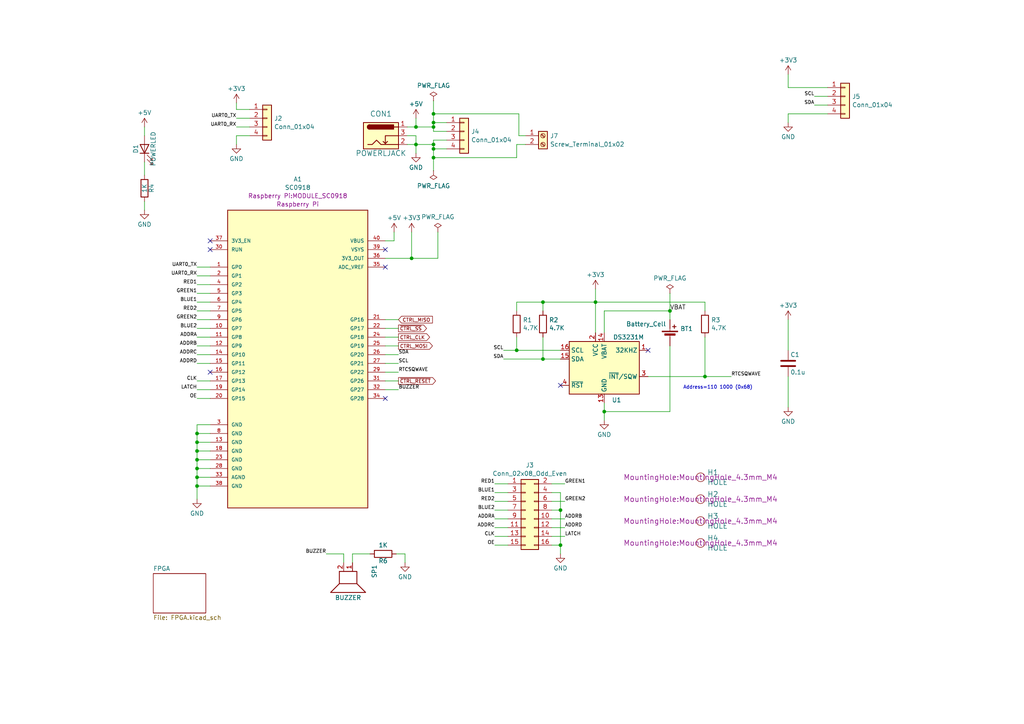
<source format=kicad_sch>
(kicad_sch (version 20230121) (generator eeschema)
  (paper "A4")
  (lib_symbols
    (symbol "Aslak:HOLE" (pin_names (offset 1.016))
      (property "Reference" "H" (at 0 2.54 0))
      (property "Value" "HOLE" (at 0 -2.54 0))
      (symbol "HOLE_0_1"
        (circle (center 0 0) (radius 1.27))
      )
    )
    (symbol "Connector:Barrel_Jack_Switch" (pin_names hide)
      (property "Reference" "J" (at 0 5.334 0))
      (property "Value" "Barrel_Jack_Switch" (at 0 -5.08 0))
      (symbol "Barrel_Jack_Switch_0_1"
        (rectangle (start -5.08 3.81) (end 5.08 -3.81) (stroke (width 0.254)) (fill (type background)))
        (arc (start -3.302 3.175) (mid -3.9343 2.54) (end -3.302 1.905) (stroke (width 0.254)))
        (arc (start -3.302 3.175) (mid -3.9343 2.54) (end -3.302 1.905) (stroke (width 0.254)) (fill (type outline)))
        (polyline (pts (xy 1.27 -2.286) (xy 1.905 -1.651)) (stroke (width 0.254)))
        (polyline (pts (xy 5.08 2.54) (xy 3.81 2.54)) (stroke (width 0.254)))
        (polyline (pts (xy 5.08 0) (xy 1.27 0) (xy 1.27 -2.286) (xy 0.635 -1.651)) (stroke (width 0.254)))
        (polyline (pts (xy -3.81 -2.54) (xy -2.54 -2.54) (xy -1.27 -1.27) (xy 0 -2.54) (xy 2.54 -2.54) (xy 5.08 -2.54)) (stroke (width 0.254)))
        (rectangle (start 3.683 3.175) (end -3.302 1.905) (stroke (width 0.254)) (fill (type outline)))
      )
      (symbol "Barrel_Jack_Switch_1_1"
        (pin passive line (at 7.62 2.54 180) (length 2.54) (name "~") (number "1"))
        (pin passive line (at 7.62 -2.54 180) (length 2.54) (name "~") (number "2"))
        (pin passive line (at 7.62 0 180) (length 2.54) (name "~") (number "3"))
      )
    )
    (symbol "Connector:Screw_Terminal_01x02" (pin_names (offset 1.016) hide)
      (property "Reference" "J" (at 0 2.54 0))
      (property "Value" "Screw_Terminal_01x02" (at 0 -5.08 0))
      (symbol "Screw_Terminal_01x02_1_1"
        (rectangle (start -1.27 1.27) (end 1.27 -3.81) (stroke (width 0.254)) (fill (type background)))
        (circle (center 0 -2.54) (radius 0.635) (stroke (width 0.1524)))
        (polyline (pts (xy -0.5334 -2.2098) (xy 0.3302 -3.048)) (stroke (width 0.1524)))
        (polyline (pts (xy -0.5334 0.3302) (xy 0.3302 -0.508)) (stroke (width 0.1524)))
        (polyline (pts (xy -0.3556 -2.032) (xy 0.508 -2.8702)) (stroke (width 0.1524)))
        (polyline (pts (xy -0.3556 0.508) (xy 0.508 -0.3302)) (stroke (width 0.1524)))
        (circle (center 0 0) (radius 0.635) (stroke (width 0.1524)))
        (pin passive line (at -5.08 0 0) (length 3.81) (name "Pin_1") (number "1"))
        (pin passive line (at -5.08 -2.54 0) (length 3.81) (name "Pin_2") (number "2"))
      )
    )
    (symbol "Connector_Generic:Conn_01x04" (pin_names (offset 1.016) hide)
      (property "Reference" "J" (at 0 5.08 0))
      (property "Value" "Conn_01x04" (at 0 -7.62 0))
      (symbol "Conn_01x04_1_1"
        (rectangle (start -1.27 -4.953) (end 0 -5.207) (stroke (width 0.1524)))
        (rectangle (start -1.27 -2.413) (end 0 -2.667) (stroke (width 0.1524)))
        (rectangle (start -1.27 0.127) (end 0 -0.127) (stroke (width 0.1524)))
        (rectangle (start -1.27 2.667) (end 0 2.413) (stroke (width 0.1524)))
        (rectangle (start -1.27 3.81) (end 1.27 -6.35) (stroke (width 0.254)) (fill (type background)))
        (pin passive line (at -5.08 2.54 0) (length 3.81) (name "Pin_1") (number "1"))
        (pin passive line (at -5.08 0 0) (length 3.81) (name "Pin_2") (number "2"))
        (pin passive line (at -5.08 -2.54 0) (length 3.81) (name "Pin_3") (number "3"))
        (pin passive line (at -5.08 -5.08 0) (length 3.81) (name "Pin_4") (number "4"))
      )
    )
    (symbol "Connector_Generic:Conn_02x08_Odd_Even" (pin_names (offset 1.016) hide)
      (property "Reference" "J" (at 1.27 10.16 0))
      (property "Value" "Conn_02x08_Odd_Even" (at 1.27 -12.7 0))
      (symbol "Conn_02x08_Odd_Even_1_1"
        (rectangle (start -1.27 -10.033) (end 0 -10.287) (stroke (width 0.1524)))
        (rectangle (start -1.27 -7.493) (end 0 -7.747) (stroke (width 0.1524)))
        (rectangle (start -1.27 -4.953) (end 0 -5.207) (stroke (width 0.1524)))
        (rectangle (start -1.27 -2.413) (end 0 -2.667) (stroke (width 0.1524)))
        (rectangle (start -1.27 0.127) (end 0 -0.127) (stroke (width 0.1524)))
        (rectangle (start -1.27 2.667) (end 0 2.413) (stroke (width 0.1524)))
        (rectangle (start -1.27 5.207) (end 0 4.953) (stroke (width 0.1524)))
        (rectangle (start -1.27 7.747) (end 0 7.493) (stroke (width 0.1524)))
        (rectangle (start -1.27 8.89) (end 3.81 -11.43) (stroke (width 0.254)) (fill (type background)))
        (rectangle (start 3.81 -10.033) (end 2.54 -10.287) (stroke (width 0.1524)))
        (rectangle (start 3.81 -7.493) (end 2.54 -7.747) (stroke (width 0.1524)))
        (rectangle (start 3.81 -4.953) (end 2.54 -5.207) (stroke (width 0.1524)))
        (rectangle (start 3.81 -2.413) (end 2.54 -2.667) (stroke (width 0.1524)))
        (rectangle (start 3.81 0.127) (end 2.54 -0.127) (stroke (width 0.1524)))
        (rectangle (start 3.81 2.667) (end 2.54 2.413) (stroke (width 0.1524)))
        (rectangle (start 3.81 5.207) (end 2.54 4.953) (stroke (width 0.1524)))
        (rectangle (start 3.81 7.747) (end 2.54 7.493) (stroke (width 0.1524)))
        (pin passive line (at -5.08 7.62 0) (length 3.81) (name "Pin_1") (number "1"))
        (pin passive line (at 7.62 -2.54 180) (length 3.81) (name "Pin_10") (number "10"))
        (pin passive line (at -5.08 -5.08 0) (length 3.81) (name "Pin_11") (number "11"))
        (pin passive line (at 7.62 -5.08 180) (length 3.81) (name "Pin_12") (number "12"))
        (pin passive line (at -5.08 -7.62 0) (length 3.81) (name "Pin_13") (number "13"))
        (pin passive line (at 7.62 -7.62 180) (length 3.81) (name "Pin_14") (number "14"))
        (pin passive line (at -5.08 -10.16 0) (length 3.81) (name "Pin_15") (number "15"))
        (pin passive line (at 7.62 -10.16 180) (length 3.81) (name "Pin_16") (number "16"))
        (pin passive line (at 7.62 7.62 180) (length 3.81) (name "Pin_2") (number "2"))
        (pin passive line (at -5.08 5.08 0) (length 3.81) (name "Pin_3") (number "3"))
        (pin passive line (at 7.62 5.08 180) (length 3.81) (name "Pin_4") (number "4"))
        (pin passive line (at -5.08 2.54 0) (length 3.81) (name "Pin_5") (number "5"))
        (pin passive line (at 7.62 2.54 180) (length 3.81) (name "Pin_6") (number "6"))
        (pin passive line (at -5.08 0 0) (length 3.81) (name "Pin_7") (number "7"))
        (pin passive line (at 7.62 0 180) (length 3.81) (name "Pin_8") (number "8"))
        (pin passive line (at -5.08 -2.54 0) (length 3.81) (name "Pin_9") (number "9"))
      )
    )
    (symbol "Device:Battery_Cell" (pin_numbers hide) (pin_names (offset 0) hide)
      (property "Reference" "BT" (at 2.54 2.54 0))
      (property "Value" "Battery_Cell" (at 2.54 0 0))
      (symbol "Battery_Cell_0_1"
        (rectangle (start -2.286 1.778) (end 2.286 1.524) (fill (type outline)))
        (rectangle (start -1.524 1.016) (end 1.524 0.508) (fill (type outline)))
        (polyline (pts (xy 0 0.762) (xy 0 0)))
        (polyline (pts (xy 0 1.778) (xy 0 2.54)))
        (polyline (pts (xy 0.762 3.048) (xy 1.778 3.048)) (stroke (width 0.254)))
        (polyline (pts (xy 1.27 3.556) (xy 1.27 2.54)) (stroke (width 0.254)))
      )
      (symbol "Battery_Cell_1_1"
        (pin passive line (at 0 5.08 270) (length 2.54) (name "+") (number "1"))
        (pin passive line (at 0 -2.54 90) (length 2.54) (name "-") (number "2"))
      )
    )
    (symbol "Device:C" (pin_numbers hide) (pin_names (offset 0.254))
      (property "Reference" "C" (at 0.635 2.54 0))
      (property "Value" "C" (at 0.635 -2.54 0))
      (symbol "C_0_1"
        (polyline (pts (xy -2.032 -0.762) (xy 2.032 -0.762)) (stroke (width 0.508)))
        (polyline (pts (xy -2.032 0.762) (xy 2.032 0.762)) (stroke (width 0.508)))
      )
      (symbol "C_1_1"
        (pin passive line (at 0 3.81 270) (length 2.794) (name "~") (number "1"))
        (pin passive line (at 0 -3.81 90) (length 2.794) (name "~") (number "2"))
      )
    )
    (symbol "Device:LED" (pin_numbers hide) (pin_names (offset 1.016) hide)
      (property "Reference" "D" (at 0 2.54 0))
      (property "Value" "LED" (at 0 -2.54 0))
      (symbol "LED_0_1"
        (polyline (pts (xy -1.27 -1.27) (xy -1.27 1.27)) (stroke (width 0.254)))
        (polyline (pts (xy -1.27 0) (xy 1.27 0)))
        (polyline (pts (xy 1.27 -1.27) (xy 1.27 1.27) (xy -1.27 0) (xy 1.27 -1.27)) (stroke (width 0.254)))
        (polyline (pts (xy -3.048 -0.762) (xy -4.572 -2.286) (xy -3.81 -2.286) (xy -4.572 -2.286) (xy -4.572 -1.524)))
        (polyline (pts (xy -1.778 -0.762) (xy -3.302 -2.286) (xy -2.54 -2.286) (xy -3.302 -2.286) (xy -3.302 -1.524)))
      )
      (symbol "LED_1_1"
        (pin passive line (at -3.81 0 0) (length 2.54) (name "K") (number "1"))
        (pin passive line (at 3.81 0 180) (length 2.54) (name "A") (number "2"))
      )
    )
    (symbol "Device:R" (pin_numbers hide) (pin_names (offset 0))
      (property "Reference" "R" (at 2.032 0 90))
      (property "Value" "R" (at 0 0 90))
      (symbol "R_0_1"
        (rectangle (start -1.016 -2.54) (end 1.016 2.54) (stroke (width 0.254)))
      )
      (symbol "R_1_1"
        (pin passive line (at 0 3.81 270) (length 1.27) (name "~") (number "1"))
        (pin passive line (at 0 -3.81 90) (length 1.27) (name "~") (number "2"))
      )
    )
    (symbol "Device:Speaker" (pin_names (offset 0) hide)
      (property "Reference" "LS" (at 1.27 5.715 0))
      (property "Value" "Speaker" (at 1.27 3.81 0))
      (symbol "Speaker_0_0"
        (rectangle (start -2.54 1.27) (end 1.016 -3.81) (stroke (width 0.254)))
        (polyline (pts (xy 1.016 1.27) (xy 3.556 3.81) (xy 3.556 -6.35) (xy 1.016 -3.81)) (stroke (width 0.254)))
      )
      (symbol "Speaker_1_1"
        (pin input line (at -5.08 0 0) (length 2.54) (name "1") (number "1"))
        (pin input line (at -5.08 -2.54 0) (length 2.54) (name "2") (number "2"))
      )
    )
    (symbol "PicoW:SC0918" (pin_names (offset 1.016))
      (property "Reference" "A1" (at 0 58.42 0))
      (property "Value" "SC0918" (at 0 55.88 0))
      (property "Footprint" "Raspberry Pi:MODULE_SC0918" (at -12.7 -46.99 0))
      (property "manufacturer" "Raspberry Pi" (at 0 53.34 0))
      (symbol "SC0918_0_0"
        (pin bidirectional line (at -25.4 26.67 0) (length 5.08) (name "GP0") (number "1"))
        (pin bidirectional line (at -25.4 8.89 0) (length 5.08) (name "GP7") (number "10"))
        (pin bidirectional line (at -25.4 6.35 0) (length 5.08) (name "GP8") (number "11"))
        (pin bidirectional line (at -25.4 3.81 0) (length 5.08) (name "GP9") (number "12"))
        (pin power_in line (at -25.4 -24.13 0) (length 5.08) (name "GND") (number "13"))
        (pin bidirectional line (at -25.4 1.27 0) (length 5.08) (name "GP10") (number "14"))
        (pin bidirectional line (at -25.4 -1.27 0) (length 5.08) (name "GP11") (number "15"))
        (pin bidirectional line (at -25.4 -3.81 0) (length 5.08) (name "GP12") (number "16"))
        (pin bidirectional line (at -25.4 -6.35 0) (length 5.08) (name "GP13") (number "17"))
        (pin power_in line (at -25.4 -26.67 0) (length 5.08) (name "GND") (number "18"))
        (pin bidirectional line (at -25.4 -8.89 0) (length 5.08) (name "GP14") (number "19"))
        (pin bidirectional line (at -25.4 24.13 0) (length 5.08) (name "GP1") (number "2"))
        (pin bidirectional line (at -25.4 -11.43 0) (length 5.08) (name "GP15") (number "20"))
        (pin bidirectional line (at 25.4 11.43 180) (length 5.08) (name "GP16") (number "21"))
        (pin bidirectional line (at 25.4 8.89 180) (length 5.08) (name "GP17") (number "22"))
        (pin power_in line (at -25.4 -29.21 0) (length 5.08) (name "GND") (number "23"))
        (pin bidirectional line (at 25.4 6.35 180) (length 5.08) (name "GP18") (number "24"))
        (pin bidirectional line (at 25.4 3.81 180) (length 5.08) (name "GP19") (number "25"))
        (pin bidirectional line (at 25.4 1.27 180) (length 5.08) (name "GP20") (number "26"))
        (pin bidirectional line (at 25.4 -1.27 180) (length 5.08) (name "GP21") (number "27"))
        (pin power_in line (at -25.4 -31.75 0) (length 5.08) (name "GND") (number "28"))
        (pin bidirectional line (at 25.4 -3.81 180) (length 5.08) (name "GP22") (number "29"))
        (pin power_in line (at -25.4 -19.05 0) (length 5.08) (name "GND") (number "3"))
        (pin input line (at -25.4 31.75 0) (length 5.08) (name "RUN") (number "30"))
        (pin bidirectional line (at 25.4 -6.35 180) (length 5.08) (name "GP26") (number "31"))
        (pin bidirectional line (at 25.4 -8.89 180) (length 5.08) (name "GP27") (number "32"))
        (pin power_in line (at -25.4 -34.29 0) (length 5.08) (name "AGND") (number "33"))
        (pin bidirectional line (at 25.4 -11.43 180) (length 5.08) (name "GP28") (number "34"))
        (pin power_in line (at 25.4 26.67 180) (length 5.08) (name "ADC_VREF") (number "35"))
        (pin power_in line (at 25.4 29.21 180) (length 5.08) (name "3V3_OUT") (number "36"))
        (pin input line (at -25.4 34.29 0) (length 5.08) (name "3V3_EN") (number "37"))
        (pin power_in line (at -25.4 -36.83 0) (length 5.08) (name "GND") (number "38"))
        (pin free line (at 25.4 31.75 180) (length 5.08) (name "VSYS") (number "39"))
        (pin bidirectional line (at -25.4 21.59 0) (length 5.08) (name "GP2") (number "4"))
        (pin free line (at 25.4 34.29 180) (length 5.08) (name "VBUS") (number "40"))
        (pin bidirectional line (at -25.4 19.05 0) (length 5.08) (name "GP3") (number "5"))
        (pin bidirectional line (at -25.4 16.51 0) (length 5.08) (name "GP4") (number "6"))
        (pin bidirectional line (at -25.4 13.97 0) (length 5.08) (name "GP5") (number "7"))
        (pin power_in line (at -25.4 -21.59 0) (length 5.08) (name "GND") (number "8"))
        (pin bidirectional line (at -25.4 11.43 0) (length 5.08) (name "GP6") (number "9"))
      )
      (symbol "SC0918_1_0"
        (rectangle (start -20.32 43.18) (end 20.32 -43.18) (stroke (width 0.254)) (fill (type background)))
      )
    )
    (symbol "Timer_RTC:DS3231M"
      (property "Reference" "U" (at -7.62 8.89 0))
      (property "Value" "DS3231M" (at 10.16 8.89 0))
      (symbol "DS3231M_0_1"
        (rectangle (start -10.16 7.62) (end 10.16 -7.62) (stroke (width 0.254)) (fill (type background)))
      )
      (symbol "DS3231M_1_1"
        (pin open_collector line (at 12.7 5.08 180) (length 2.54) (name "32KHZ") (number "1"))
        (pin passive line (at 0 -10.16 90) (length 2.54) hide (name "GND") (number "10"))
        (pin passive line (at 0 -10.16 90) (length 2.54) hide (name "GND") (number "11"))
        (pin passive line (at 0 -10.16 90) (length 2.54) hide (name "GND") (number "12"))
        (pin power_in line (at 0 -10.16 90) (length 2.54) (name "GND") (number "13"))
        (pin power_in line (at 0 10.16 270) (length 2.54) (name "VBAT") (number "14"))
        (pin bidirectional line (at -12.7 2.54 0) (length 2.54) (name "SDA") (number "15"))
        (pin input line (at -12.7 5.08 0) (length 2.54) (name "SCL") (number "16"))
        (pin power_in line (at -2.54 10.16 270) (length 2.54) (name "VCC") (number "2"))
        (pin open_collector line (at 12.7 -2.54 180) (length 2.54) (name "~{INT}/SQW") (number "3"))
        (pin bidirectional line (at -12.7 -5.08 0) (length 2.54) (name "~{RST}") (number "4"))
        (pin passive line (at 0 -10.16 90) (length 2.54) hide (name "GND") (number "5"))
        (pin passive line (at 0 -10.16 90) (length 2.54) hide (name "GND") (number "6"))
        (pin passive line (at 0 -10.16 90) (length 2.54) hide (name "GND") (number "7"))
        (pin passive line (at 0 -10.16 90) (length 2.54) hide (name "GND") (number "8"))
        (pin passive line (at 0 -10.16 90) (length 2.54) hide (name "GND") (number "9"))
      )
    )
    (symbol "power:+3V3" (power) (pin_names (offset 0))
      (property "Value" "+3V3" (at 0 3.556 0))
      (symbol "+3V3_0_1"
        (polyline (pts (xy -0.762 1.27) (xy 0 2.54)))
        (polyline (pts (xy 0 0) (xy 0 2.54)))
        (polyline (pts (xy 0 2.54) (xy 0.762 1.27)))
      )
      (symbol "+3V3_1_1"
        (pin power_in line (at 0 0 90) (length 0) hide (name "+3V3") (number "1"))
      )
    )
    (symbol "power:+5V" (power) (pin_names (offset 0))
      (property "Value" "+5V" (at 0 3.556 0))
      (symbol "+5V_0_1"
        (polyline (pts (xy -0.762 1.27) (xy 0 2.54)))
        (polyline (pts (xy 0 0) (xy 0 2.54)))
        (polyline (pts (xy 0 2.54) (xy 0.762 1.27)))
      )
      (symbol "+5V_1_1"
        (pin power_in line (at 0 0 90) (length 0) hide (name "+5V") (number "1"))
      )
    )
    (symbol "power:GND" (power) (pin_names (offset 0))
      (property "Value" "GND" (at 0 -3.81 0))
      (symbol "GND_0_1"
        (polyline (pts (xy 0 0) (xy 0 -1.27) (xy 1.27 -1.27) (xy 0 -2.54) (xy -1.27 -1.27) (xy 0 -1.27)))
      )
      (symbol "GND_1_1"
        (pin power_in line (at 0 0 270) (length 0) hide (name "GND") (number "1"))
      )
    )
    (symbol "power:PWR_FLAG" (power) (pin_numbers hide) (pin_names (offset 0) hide)
      (property "Value" "PWR_FLAG" (at 0 3.81 0))
      (symbol "PWR_FLAG_0_0"
        (pin power_out line (at 0 0 90) (length 0) (name "pwr") (number "1"))
      )
      (symbol "PWR_FLAG_0_1"
        (polyline (pts (xy 0 0) (xy 0 1.27) (xy -1.016 1.905) (xy 0 2.54) (xy 1.016 1.905) (xy 0 1.27)))
      )
    )
  )
  (junction (at 125.73 36.83))
  (junction (at 162.56 158.115))
  (junction (at 119.38 74.93))
  (junction (at 57.15 138.43))
  (junction (at 125.73 45.72))
  (junction (at 57.15 133.35))
  (junction (at 125.73 33.02))
  (junction (at 162.56 147.955))
  (junction (at 57.15 128.27))
  (junction (at 57.15 140.97))
  (junction (at 57.15 125.73))
  (junction (at 125.73 43.18))
  (junction (at 157.48 87.63))
  (junction (at 125.73 35.56))
  (junction (at 120.65 36.83))
  (junction (at 157.48 104.14))
  (junction (at 57.15 135.89))
  (junction (at 149.86 101.6))
  (junction (at 204.47 109.22))
  (junction (at 172.72 87.63))
  (junction (at 120.65 41.91))
  (junction (at 194.31 90.17))
  (junction (at 175.26 119.38))
  (junction (at 125.73 41.91))
  (junction (at 57.15 130.81))
  (no_connect (at 60.96 107.95))
  (no_connect (at 111.76 115.57))
  (no_connect (at 111.76 72.39))
  (no_connect (at 60.96 72.39))
  (no_connect (at 111.76 77.47))
  (no_connect (at 187.96 101.6))
  (no_connect (at 60.96 69.85))
  (no_connect (at 162.56 111.76))
  (wire (pts (xy 57.15 133.35) (xy 57.15 135.89)))
  (wire (pts (xy 125.73 36.83) (xy 125.73 38.1)))
  (wire (pts (xy 143.51 155.575) (xy 147.32 155.575)))
  (wire (pts (xy 119.38 74.93) (xy 119.38 67.31)))
  (wire (pts (xy 143.51 147.955) (xy 147.32 147.955)))
  (wire (pts (xy 57.15 97.79) (xy 60.96 97.79)))
  (wire (pts (xy 125.73 38.1) (xy 129.54 38.1)))
  (wire (pts (xy 125.73 45.72) (xy 149.86 45.72)))
  (wire (pts (xy 125.73 33.02) (xy 125.73 35.56)))
  (wire (pts (xy 149.86 41.91) (xy 152.4 41.91)))
  (wire (pts (xy 57.15 100.33) (xy 60.96 100.33)))
  (wire (pts (xy 111.76 102.87) (xy 115.57 102.87)))
  (wire (pts (xy 157.48 87.63) (xy 172.72 87.63)))
  (wire (pts (xy 115.57 95.25) (xy 111.76 95.25)))
  (wire (pts (xy 41.91 46.99) (xy 41.91 50.8)))
  (wire (pts (xy 175.26 119.38) (xy 175.26 121.92)))
  (wire (pts (xy 125.73 40.64) (xy 129.54 40.64)))
  (wire (pts (xy 57.15 135.89) (xy 60.96 135.89)))
  (wire (pts (xy 162.56 142.875) (xy 162.56 147.955)))
  (wire (pts (xy 118.11 39.37) (xy 120.65 39.37)))
  (wire (pts (xy 57.15 77.47) (xy 60.96 77.47)))
  (wire (pts (xy 57.15 128.27) (xy 57.15 130.81)))
  (wire (pts (xy 57.15 123.19) (xy 60.96 123.19)))
  (wire (pts (xy 120.65 41.91) (xy 125.73 41.91)))
  (wire (pts (xy 125.73 29.21) (xy 125.73 33.02)))
  (wire (pts (xy 57.15 123.19) (xy 57.15 125.73)))
  (wire (pts (xy 194.31 85.09) (xy 194.31 90.17)))
  (wire (pts (xy 120.65 39.37) (xy 120.65 41.91)))
  (wire (pts (xy 72.39 39.37) (xy 68.58 39.37)))
  (wire (pts (xy 149.86 97.79) (xy 149.86 101.6)))
  (wire (pts (xy 57.15 130.81) (xy 60.96 130.81)))
  (wire (pts (xy 228.6 92.71) (xy 228.6 101.6)))
  (wire (pts (xy 57.15 130.81) (xy 57.15 133.35)))
  (wire (pts (xy 57.15 128.27) (xy 60.96 128.27)))
  (wire (pts (xy 146.05 101.6) (xy 149.86 101.6)))
  (wire (pts (xy 160.02 155.575) (xy 163.83 155.575)))
  (wire (pts (xy 228.6 33.02) (xy 240.03 33.02)))
  (wire (pts (xy 157.48 87.63) (xy 157.48 90.17)))
  (wire (pts (xy 120.65 34.29) (xy 120.65 36.83)))
  (wire (pts (xy 160.02 150.495) (xy 163.83 150.495)))
  (wire (pts (xy 143.51 140.335) (xy 147.32 140.335)))
  (wire (pts (xy 111.76 69.85) (xy 114.3 69.85)))
  (wire (pts (xy 68.58 34.29) (xy 72.39 34.29)))
  (wire (pts (xy 149.86 101.6) (xy 162.56 101.6)))
  (wire (pts (xy 120.65 36.83) (xy 125.73 36.83)))
  (wire (pts (xy 57.15 138.43) (xy 57.15 140.97)))
  (wire (pts (xy 120.65 41.91) (xy 120.65 44.45)))
  (wire (pts (xy 115.57 113.03) (xy 111.76 113.03)))
  (wire (pts (xy 114.935 160.655) (xy 117.475 160.655)))
  (wire (pts (xy 115.57 100.33) (xy 111.76 100.33)))
  (wire (pts (xy 194.31 90.17) (xy 194.31 92.71)))
  (wire (pts (xy 160.02 153.035) (xy 163.83 153.035)))
  (wire (pts (xy 162.56 158.115) (xy 162.56 160.655)))
  (wire (pts (xy 57.15 80.01) (xy 60.96 80.01)))
  (wire (pts (xy 194.31 119.38) (xy 194.31 100.33)))
  (wire (pts (xy 172.72 87.63) (xy 204.47 87.63)))
  (wire (pts (xy 57.15 102.87) (xy 60.96 102.87)))
  (wire (pts (xy 57.15 92.71) (xy 60.96 92.71)))
  (wire (pts (xy 125.73 49.53) (xy 125.73 45.72)))
  (wire (pts (xy 125.73 43.18) (xy 125.73 41.91)))
  (wire (pts (xy 118.11 41.91) (xy 120.65 41.91)))
  (wire (pts (xy 143.51 158.115) (xy 147.32 158.115)))
  (wire (pts (xy 115.57 92.71) (xy 111.76 92.71)))
  (wire (pts (xy 57.15 110.49) (xy 60.96 110.49)))
  (wire (pts (xy 115.57 97.79) (xy 111.76 97.79)))
  (wire (pts (xy 94.615 160.655) (xy 99.695 160.655)))
  (wire (pts (xy 162.56 147.955) (xy 162.56 158.115)))
  (wire (pts (xy 99.695 160.655) (xy 99.695 163.195)))
  (wire (pts (xy 228.6 25.4) (xy 240.03 25.4)))
  (wire (pts (xy 111.76 110.49) (xy 115.57 110.49)))
  (wire (pts (xy 204.47 109.22) (xy 212.09 109.22)))
  (wire (pts (xy 143.51 145.415) (xy 147.32 145.415)))
  (wire (pts (xy 150.495 39.37) (xy 150.495 33.02)))
  (wire (pts (xy 111.76 107.95) (xy 115.57 107.95)))
  (wire (pts (xy 57.15 133.35) (xy 60.96 133.35)))
  (wire (pts (xy 150.495 33.02) (xy 125.73 33.02)))
  (wire (pts (xy 152.4 39.37) (xy 150.495 39.37)))
  (wire (pts (xy 129.54 43.18) (xy 125.73 43.18)))
  (wire (pts (xy 149.86 90.17) (xy 149.86 87.63)))
  (wire (pts (xy 149.86 87.63) (xy 157.48 87.63)))
  (wire (pts (xy 149.86 45.72) (xy 149.86 41.91)))
  (wire (pts (xy 57.15 140.97) (xy 57.15 144.78)))
  (wire (pts (xy 162.56 104.14) (xy 157.48 104.14)))
  (wire (pts (xy 41.91 58.42) (xy 41.91 60.96)))
  (wire (pts (xy 120.65 36.83) (xy 118.11 36.83)))
  (wire (pts (xy 172.72 83.82) (xy 172.72 87.63)))
  (wire (pts (xy 143.51 153.035) (xy 147.32 153.035)))
  (wire (pts (xy 102.235 160.655) (xy 107.315 160.655)))
  (wire (pts (xy 204.47 87.63) (xy 204.47 90.17)))
  (wire (pts (xy 157.48 97.79) (xy 157.48 104.14)))
  (wire (pts (xy 68.58 31.75) (xy 72.39 31.75)))
  (wire (pts (xy 57.15 113.03) (xy 60.96 113.03)))
  (wire (pts (xy 57.15 95.25) (xy 60.96 95.25)))
  (wire (pts (xy 102.235 163.195) (xy 102.235 160.655)))
  (wire (pts (xy 114.3 67.31) (xy 114.3 69.85)))
  (wire (pts (xy 228.6 35.56) (xy 228.6 33.02)))
  (wire (pts (xy 57.15 125.73) (xy 57.15 128.27)))
  (wire (pts (xy 157.48 104.14) (xy 146.05 104.14)))
  (wire (pts (xy 111.76 74.93) (xy 119.38 74.93)))
  (wire (pts (xy 57.15 82.55) (xy 60.96 82.55)))
  (wire (pts (xy 160.02 147.955) (xy 162.56 147.955)))
  (wire (pts (xy 160.02 145.415) (xy 163.83 145.415)))
  (wire (pts (xy 119.38 74.93) (xy 127 74.93)))
  (wire (pts (xy 236.22 30.48) (xy 240.03 30.48)))
  (wire (pts (xy 125.73 41.91) (xy 125.73 40.64)))
  (wire (pts (xy 127 67.31) (xy 127 74.93)))
  (wire (pts (xy 57.15 85.09) (xy 60.96 85.09)))
  (wire (pts (xy 68.58 36.83) (xy 72.39 36.83)))
  (wire (pts (xy 41.91 36.83) (xy 41.91 39.37)))
  (wire (pts (xy 160.02 142.875) (xy 162.56 142.875)))
  (wire (pts (xy 172.72 96.52) (xy 172.72 87.63)))
  (wire (pts (xy 57.15 140.97) (xy 60.96 140.97)))
  (wire (pts (xy 204.47 97.79) (xy 204.47 109.22)))
  (wire (pts (xy 228.6 109.22) (xy 228.6 118.11)))
  (wire (pts (xy 57.15 115.57) (xy 60.96 115.57)))
  (wire (pts (xy 57.15 138.43) (xy 60.96 138.43)))
  (wire (pts (xy 175.26 90.17) (xy 194.31 90.17)))
  (wire (pts (xy 57.15 105.41) (xy 60.96 105.41)))
  (wire (pts (xy 57.15 135.89) (xy 57.15 138.43)))
  (wire (pts (xy 68.58 29.845) (xy 68.58 31.75)))
  (wire (pts (xy 57.15 125.73) (xy 60.96 125.73)))
  (wire (pts (xy 143.51 142.875) (xy 147.32 142.875)))
  (wire (pts (xy 175.26 119.38) (xy 194.31 119.38)))
  (wire (pts (xy 160.02 140.335) (xy 163.83 140.335)))
  (wire (pts (xy 143.51 150.495) (xy 147.32 150.495)))
  (wire (pts (xy 175.26 96.52) (xy 175.26 90.17)))
  (wire (pts (xy 111.76 105.41) (xy 115.57 105.41)))
  (wire (pts (xy 57.15 90.17) (xy 60.96 90.17)))
  (wire (pts (xy 68.58 39.37) (xy 68.58 41.91)))
  (wire (pts (xy 129.54 35.56) (xy 125.73 35.56)))
  (wire (pts (xy 117.475 160.655) (xy 117.475 163.195)))
  (wire (pts (xy 125.73 35.56) (xy 125.73 36.83)))
  (wire (pts (xy 57.15 87.63) (xy 60.96 87.63)))
  (wire (pts (xy 228.6 21.59) (xy 228.6 25.4)))
  (wire (pts (xy 175.26 116.84) (xy 175.26 119.38)))
  (wire (pts (xy 125.73 45.72) (xy 125.73 43.18)))
  (wire (pts (xy 187.96 109.22) (xy 204.47 109.22)))
  (wire (pts (xy 160.02 158.115) (xy 162.56 158.115)))
  (wire (pts (xy 236.22 27.94) (xy 240.03 27.94)))
  (text "Address=110 1000 (0x68)" (at 198.12 113.03 0) (effects (font (size 0.9906 0.9906)) (justify left bottom)))
  (label "SCL" (at 115.57 105.41 0) (effects (font (size 0.9906 0.9906))))
  (label "UART0_RX" (at 68.58 36.83 180) (effects (font (size 1 1))))
  (label "ADDRA" (at 143.51 150.495 180) (effects (font (size 1 1))))
  (label "BLUE1" (at 57.15 87.63 180) (effects (font (size 1 1))))
  (label "RTCSQWAVE" (at 212.09 109.22 0) (effects (font (size 0.9906 0.9906))))
  (label "SCL" (at 236.22 27.94 180) (effects (font (size 0.9906 0.9906))))
  (label "BLUE2" (at 143.51 147.955 180) (effects (font (size 1 1))))
  (label "ADDRA" (at 57.15 97.79 180) (effects (font (size 1 1))))
  (label "ADDRB" (at 163.83 150.495 0) (effects (font (size 1 1))))
  (label "GREEN2" (at 57.15 92.71 180) (effects (font (size 1 1))))
  (label "SDA" (at 236.22 30.48 180) (effects (font (size 0.9906 0.9906))))
  (label "GREEN1" (at 163.83 140.335 0) (effects (font (size 1 1))))
  (label "ADDRB" (at 57.15 100.33 180) (effects (font (size 1 1))))
  (label "UART0_TX" (at 68.58 34.29 180) (effects (font (size 1 1))))
  (label "BLUE1" (at 143.51 142.875 180) (effects (font (size 1 1))))
  (label "CLK" (at 143.51 155.575 180) (effects (font (size 1 1))))
  (label "UART0_RX" (at 57.15 80.01 180) (effects (font (size 1 1))))
  (label "CLK" (at 57.15 110.49 180) (effects (font (size 1 1))))
  (label "OE" (at 143.51 158.115 180) (effects (font (size 1 1))))
  (label "RED1" (at 143.51 140.335 180) (effects (font (size 1 1))))
  (label "GREEN1" (at 57.15 85.09 180) (effects (font (size 1 1))))
  (label "ADDRC" (at 57.15 102.87 180) (effects (font (size 1 1))))
  (label "LATCH" (at 57.15 113.03 180) (effects (font (size 1 1))))
  (label "ADDRD" (at 57.15 105.41 180) (effects (font (size 1 1))))
  (label "BUZZER" (at 94.615 160.655 180) (effects (font (size 0.9906 0.9906))))
  (label "VBAT" (at 194.31 90.17 0))
  (label "UART0_TX" (at 57.15 77.47 180) (effects (font (size 1 1))))
  (label "GREEN2" (at 163.83 145.415 0) (effects (font (size 1 1))))
  (label "RED2" (at 57.15 90.17 180) (effects (font (size 1 1))))
  (label "SDA" (at 146.05 104.14 180) (effects (font (size 0.9906 0.9906))))
  (label "OE" (at 57.15 115.57 180) (effects (font (size 1 1))))
  (label "LATCH" (at 163.83 155.575 0) (effects (font (size 1 1))))
  (label "ADDRD" (at 163.83 153.035 0) (effects (font (size 1 1))))
  (label "BUZZER" (at 115.57 113.03 0) (effects (font (size 1 1))))
  (label "RED2" (at 143.51 145.415 180) (effects (font (size 1 1))))
  (label "ADDRC" (at 143.51 153.035 180) (effects (font (size 1 1))))
  (label "RED1" (at 57.15 82.55 180) (effects (font (size 1 1))))
  (label "RTCSQWAVE" (at 115.57 107.95 0) (effects (font (size 0.9906 0.9906))))
  (label "SDA" (at 115.57 102.87 0) (effects (font (size 0.9906 0.9906))))
  (label "SCL" (at 146.05 101.6 180) (effects (font (size 0.9906 0.9906))))
  (label "BLUE2" (at 57.15 95.25 180) (effects (font (size 1 1))))
  (global_label "CTRL_MISO" (shape input) (at 115.57 92.71 0) (effects (font (size 1 1))) (property "Intersheetrefs" "${INTERSHEET_REFS}" (effects hide)))
  (global_label "~{CTRL_SS}" (shape output) (at 115.57 95.25 0) (effects (font (size 1 1))) (property "Intersheetrefs" "${INTERSHEET_REFS}" (effects hide)))
  (global_label "CTRL_MOSI" (shape output) (at 115.57 100.33 0) (effects (font (size 1 1))) (property "Intersheetrefs" "${INTERSHEET_REFS}" (effects hide)))
  (global_label "CTRL_CLK" (shape output) (at 115.57 97.79 0) (effects (font (size 1 1))) (property "Intersheetrefs" "${INTERSHEET_REFS}" (effects hide)))
  (global_label "~{CTRL_RESET}" (shape output) (at 115.57 110.49 0) (effects (font (size 1 1))) (property "Intersheetrefs" "${INTERSHEET_REFS}" (effects hide)))
  (symbol (lib_id "Connector_Generic:Conn_02x08_Odd_Even") (at 152.4 147.955 0) (unit 1)
    (property "Reference" "J3" (at 153.67 134.9207 0))
    (property "Value" "Conn_02x08_Odd_Even" (at 153.67 137.3449 0))
    (property "Footprint" "Connector_IDC:IDC-Header_2x08_P2.54mm_Vertical" (effects hide))
  )
  (symbol (lib_id "Device:Battery_Cell") (at 194.31 97.79 0) (unit 1)
    (property "Reference" "BT1" (at 197.3072 95.3516 0) (effects (justify left)))
    (property "Value" "Battery_Cell" (at 181.61 93.98 0) (effects (justify left)))
    (property "Footprint" "Battery:BatteryHolder_Keystone_3000_1x12mm" (effects hide))
  )
  (symbol (lib_id "power:+3V3") (at 68.58 29.845 0) (unit 1)
    (property "Reference" "#PWR031" (effects hide))
    (property "Value" "+3V3" (at 68.58 25.7119 0))
  )
  (symbol (lib_id "power:GND") (at 117.475 163.195 0) (unit 1)
    (property "Reference" "#PWR025" (effects hide))
    (property "Value" "GND" (at 117.475 167.3281 0))
  )
  (symbol (lib_id "Device:Speaker") (at 102.235 168.275 270) (unit 1)
    (property "Reference" "SP1" (at 108.585 165.735 0))
    (property "Value" "BUZZER" (at 100.965 173.355 90))
    (property "Footprint" "Buzzer_Beeper:Buzzer_15x7.5RM7.6" (effects hide))
  )
  (symbol (lib_id "power:+5V") (at 41.91 36.83 0) (unit 1)
    (property "Reference" "#PWR012" (effects hide))
    (property "Value" "+5V" (at 41.91 32.6969 0))
  )
  (symbol (lib_id "Device:R") (at 41.91 54.61 0) (unit 1)
    (property "Reference" "R4" (at 43.942 54.61 90))
    (property "Value" "1K" (at 41.91 54.61 90))
    (property "Footprint" "Resistor_SMD:R_0805_2012Metric" (effects hide))
  )
  (symbol (lib_id "Connector_Generic:Conn_01x04") (at 245.11 27.94 0) (unit 1)
    (property "Reference" "J5" (at 247.142 27.9979 0) (effects (justify left)))
    (property "Value" "Conn_01x04" (at 247.142 30.4221 0) (effects (justify left)))
    (property "Footprint" "Connector_PinHeader_2.54mm:PinHeader_1x04_P2.54mm_Vertical" (effects hide))
  )
  (symbol (lib_id "PicoW:SC0918") (at 86.36 104.14 0) (unit 1)
    (property "Reference" "A1" (at 86.36 51.9673 0))
    (property "Value" "SC0918" (at 86.36 54.3915 0))
    (property "Footprint" "Raspberry Pi:MODULE_SC0918" (at 86.36 56.8157 0))
    (property "Datasheet" "https://datasheets.raspberrypi.com/picow/pico-w-datasheet.pdf" (effects hide))
    (property "manufacturer" "Raspberry Pi" (at 86.36 59.2399 0))
    (property "P/N" "SC0918" (effects hide))
    (property "PARTREV" "1.6" (effects hide))
    (property "MAXIMUM_PACKAGE_HEIGHT" "3.73mm" (effects hide))
  )
  (symbol (lib_id "Device:R") (at 157.48 93.98 0) (unit 1)
    (property "Reference" "R2" (at 159.258 92.8116 0) (effects (justify left)))
    (property "Value" "4.7K" (at 159.258 95.123 0) (effects (justify left)))
    (property "Footprint" "Resistor_SMD:R_0805_2012Metric" (effects hide))
  )
  (symbol (lib_id "power:GND") (at 57.15 144.78 0) (unit 1)
    (property "Reference" "#PWR03" (effects hide))
    (property "Value" "GND" (at 57.15 148.9131 0))
  )
  (symbol (lib_id "power:GND") (at 162.56 160.655 0) (unit 1)
    (property "Reference" "#PWR09" (effects hide))
    (property "Value" "GND" (at 162.56 164.7881 0))
  )
  (symbol (lib_id "Connector:Barrel_Jack_Switch") (at 110.49 39.37 0) (unit 1)
    (property "Reference" "CON1" (at 110.49 33.02 0) (effects (font (size 1.524 1.524))))
    (property "Value" "POWERLJACK" (at 110.49 44.45 0) (effects (font (size 1.524 1.524))))
    (property "Footprint" "Connector_BarrelJack:BarrelJack_Horizontal" (effects hide))
  )
  (symbol (lib_id "power:GND") (at 68.58 41.91 0) (unit 1)
    (property "Reference" "#PWR08" (effects hide))
    (property "Value" "GND" (at 68.58 46.0431 0))
  )
  (symbol (lib_id "power:+3V3") (at 228.6 92.71 0) (unit 1)
    (property "Reference" "#PWR014" (effects hide))
    (property "Value" "+3V3" (at 228.6 88.5769 0))
  )
  (symbol (lib_id "power:PWR_FLAG") (at 127 67.31 0) (unit 1)
    (property "Reference" "#FLG04" (effects hide))
    (property "Value" "PWR_FLAG" (at 127 62.9158 0))
  )
  (symbol (lib_id "Aslak:HOLE") (at 203.2 157.48 0) (unit 1)
    (property "Reference" "H4" (at 205.105 156.0636 0) (effects (font (size 1.524 1.524)) (justify left)))
    (property "Value" "HOLE" (at 205.105 158.8964 0) (effects (font (size 1.524 1.524)) (justify left)))
    (property "Footprint" "MountingHole:MountingHole_4.3mm_M4" (at 203.2 157.48 0) (effects (font (size 1.524 1.524))))
  )
  (symbol (lib_id "Device:R") (at 149.86 93.98 0) (unit 1)
    (property "Reference" "R1" (at 151.638 92.8116 0) (effects (justify left)))
    (property "Value" "4.7K" (at 151.638 95.123 0) (effects (justify left)))
    (property "Footprint" "Resistor_SMD:R_0805_2012Metric" (effects hide))
  )
  (symbol (lib_id "power:GND") (at 228.6 35.56 0) (unit 1)
    (property "Reference" "#PWR010" (effects hide))
    (property "Value" "GND" (at 228.6 39.6931 0))
  )
  (symbol (lib_id "Aslak:HOLE") (at 203.2 138.43 0) (unit 1)
    (property "Reference" "H1" (at 205.105 137.0136 0) (effects (font (size 1.524 1.524)) (justify left)))
    (property "Value" "HOLE" (at 205.105 139.8464 0) (effects (font (size 1.524 1.524)) (justify left)))
    (property "Footprint" "MountingHole:MountingHole_4.3mm_M4" (at 203.2 138.43 0) (effects (font (size 1.524 1.524))))
  )
  (symbol (lib_id "power:+3V3") (at 172.72 83.82 0) (unit 1)
    (property "Reference" "#PWR01" (effects hide))
    (property "Value" "+3V3" (at 172.72 79.6869 0))
  )
  (symbol (lib_id "power:+3V3") (at 228.6 21.59 0) (unit 1)
    (property "Reference" "#PWR011" (effects hide))
    (property "Value" "+3V3" (at 228.6 17.4569 0))
  )
  (symbol (lib_id "power:PWR_FLAG") (at 125.73 29.21 0) (unit 1)
    (property "Reference" "#FLG02" (effects hide))
    (property "Value" "PWR_FLAG" (at 125.73 24.8158 0))
  )
  (symbol (lib_id "power:PWR_FLAG") (at 125.73 49.53 180) (unit 1)
    (property "Reference" "#FLG03" (effects hide))
    (property "Value" "PWR_FLAG" (at 125.73 53.9242 0))
  )
  (symbol (lib_id "power:+5V") (at 120.65 34.29 0) (unit 1)
    (property "Reference" "#PWR06" (effects hide))
    (property "Value" "+5V" (at 120.65 30.1569 0))
  )
  (symbol (lib_id "power:GND") (at 120.65 44.45 0) (unit 1)
    (property "Reference" "#PWR07" (effects hide))
    (property "Value" "GND" (at 120.65 48.5831 0))
  )
  (symbol (lib_id "power:+5V") (at 114.3 67.31 0) (unit 1)
    (property "Reference" "#PWR05" (effects hide))
    (property "Value" "+5V" (at 114.3 63.1769 0))
  )
  (symbol (lib_id "Timer_RTC:DS3231M") (at 175.26 106.68 0) (unit 1)
    (property "Reference" "U1" (at 177.4541 116.0201 0) (effects (justify left)))
    (property "Value" "DS3231M" (at 177.8 97.79 0) (effects (justify left)))
    (property "Footprint" "Package_SO:SOIC-16W_7.5x10.3mm_P1.27mm" (effects hide))
    (property "Datasheet" "http://datasheets.maximintegrated.com/en/ds/DS3231.pdf" (effects hide))
  )
  (symbol (lib_id "power:GND") (at 41.91 60.96 0) (unit 1)
    (property "Reference" "#PWR013" (effects hide))
    (property "Value" "GND" (at 41.91 65.0931 0))
  )
  (symbol (lib_id "power:GND") (at 228.6 118.11 0) (unit 1)
    (property "Reference" "#PWR015" (effects hide))
    (property "Value" "GND" (at 228.6 122.2431 0))
  )
  (symbol (lib_id "Connector_Generic:Conn_01x04") (at 77.47 34.29 0) (unit 1)
    (property "Reference" "J2" (at 79.502 34.3479 0) (effects (justify left)))
    (property "Value" "Conn_01x04" (at 79.502 36.7721 0) (effects (justify left)))
    (property "Footprint" "Connector_PinHeader_2.54mm:PinHeader_1x04_P2.54mm_Vertical" (effects hide))
  )
  (symbol (lib_id "power:GND") (at 175.26 121.92 0) (unit 1)
    (property "Reference" "#PWR02" (effects hide))
    (property "Value" "GND" (at 175.26 126.0531 0))
  )
  (symbol (lib_id "Connector_Generic:Conn_01x04") (at 134.62 38.1 0) (unit 1)
    (property "Reference" "J4" (at 136.652 38.1579 0) (effects (justify left)))
    (property "Value" "Conn_01x04" (at 136.652 40.5821 0) (effects (justify left)))
    (property "Footprint" "Connector_JST:JST_VH_B4PS-VH_1x04_P3.96mm_Horizontal" (effects hide))
  )
  (symbol (lib_id "Device:C") (at 228.6 105.41 0) (unit 1)
    (property "Reference" "C1" (at 229.235 102.87 0) (effects (justify left)))
    (property "Value" "0.1u" (at 229.235 107.95 0) (effects (justify left)))
    (property "Footprint" "Capacitor_SMD:C_0805_2012Metric" (effects hide))
  )
  (symbol (lib_id "Connector:Screw_Terminal_01x02") (at 157.48 39.37 0) (unit 1)
    (property "Reference" "J7" (at 159.512 39.4279 0) (effects (justify left)))
    (property "Value" "Screw_Terminal_01x02" (at 159.512 41.8521 0) (effects (justify left)))
    (property "Footprint" "TerminalBlock:TerminalBlock_bornier-2_P5.08mm" (effects hide))
  )
  (symbol (lib_id "Device:LED") (at 41.91 43.18 90) (unit 1)
    (property "Reference" "D1" (at 39.37 43.18 0))
    (property "Value" "POWERLED" (at 44.45 43.18 0))
    (property "Footprint" "LED_SMD:LED_1210_3225Metric" (effects hide))
  )
  (symbol (lib_id "Aslak:HOLE") (at 203.2 151.13 0) (unit 1)
    (property "Reference" "H3" (at 205.105 149.7136 0) (effects (font (size 1.524 1.524)) (justify left)))
    (property "Value" "HOLE" (at 205.105 152.5464 0) (effects (font (size 1.524 1.524)) (justify left)))
    (property "Footprint" "MountingHole:MountingHole_4.3mm_M4" (at 203.2 151.13 0) (effects (font (size 1.524 1.524))))
  )
  (symbol (lib_id "Device:R") (at 111.125 160.655 270) (unit 1)
    (property "Reference" "R6" (at 111.125 162.687 90))
    (property "Value" "1K" (at 111.125 158.115 90))
    (property "Footprint" "Resistor_SMD:R_0805_2012Metric" (effects hide))
  )
  (symbol (lib_id "Aslak:HOLE") (at 203.2 144.78 0) (unit 1)
    (property "Reference" "H2" (at 205.105 143.3636 0) (effects (font (size 1.524 1.524)) (justify left)))
    (property "Value" "HOLE" (at 205.105 146.1964 0) (effects (font (size 1.524 1.524)) (justify left)))
    (property "Footprint" "MountingHole:MountingHole_4.3mm_M4" (at 203.2 144.78 0) (effects (font (size 1.524 1.524))))
  )
  (symbol (lib_id "Device:R") (at 204.47 93.98 0) (unit 1)
    (property "Reference" "R3" (at 206.248 92.8116 0) (effects (justify left)))
    (property "Value" "4.7K" (at 206.248 95.123 0) (effects (justify left)))
    (property "Footprint" "Resistor_SMD:R_0805_2012Metric" (effects hide))
  )
  (symbol (lib_id "power:+3V3") (at 119.38 67.31 0) (unit 1)
    (property "Reference" "#PWR04" (effects hide))
    (property "Value" "+3V3" (at 119.38 63.1769 0))
  )
  (symbol (lib_id "power:PWR_FLAG") (at 194.31 85.09 0) (unit 1)
    (property "Reference" "#FLG01" (effects hide))
    (property "Value" "PWR_FLAG" (at 194.31 80.6958 0))
  )
  (sheet (at 44.45 166.37) (size 15.24 11.43) (stroke (width 0.1524))
    (property "Sheetname" "FPGA" (at 44.45 165.6584 0) (effects (justify left bottom)))
    (property "Sheetfile" "FPGA.kicad_sch" (at 44.45 178.3846 0) (effects (justify left top)))
  )
)
</source>
